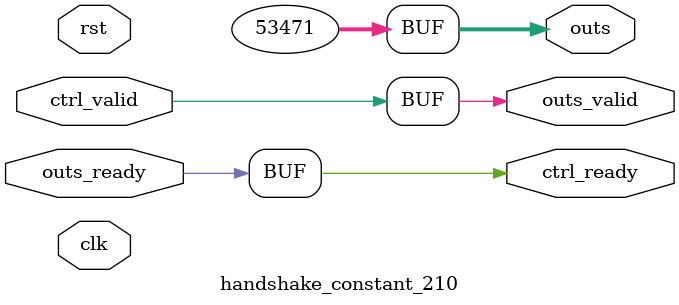
<source format=v>
`timescale 1ns / 1ps
module handshake_constant_210 #(
  parameter DATA_WIDTH = 32  // Default set to 32 bits
) (
  input                       clk,
  input                       rst,
  // Input Channel
  input                       ctrl_valid,
  output                      ctrl_ready,
  // Output Channel
  output [DATA_WIDTH - 1 : 0] outs,
  output                      outs_valid,
  input                       outs_ready
);
  assign outs       = 17'b01101000011011111;
  assign outs_valid = ctrl_valid;
  assign ctrl_ready = outs_ready;

endmodule

</source>
